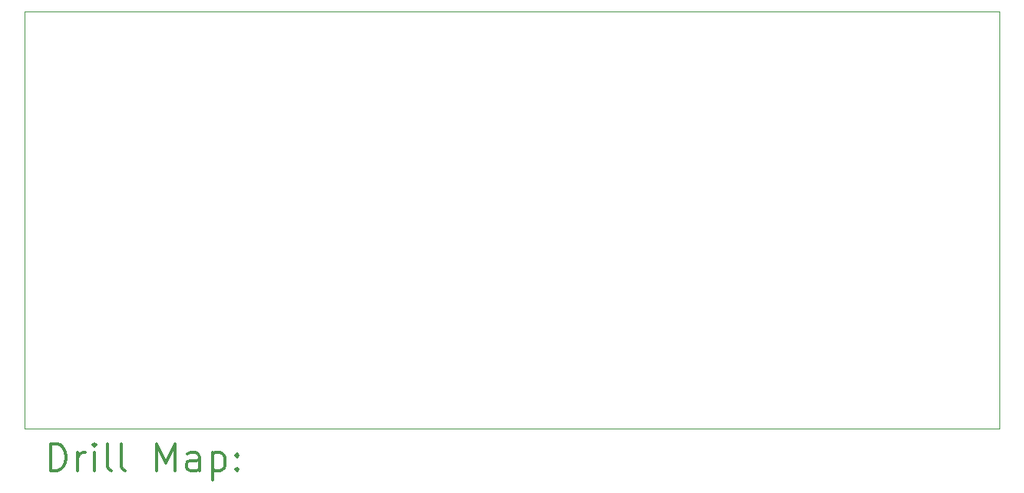
<source format=gbr>
%FSLAX45Y45*%
G04 Gerber Fmt 4.5, Leading zero omitted, Abs format (unit mm)*
G04 Created by KiCad (PCBNEW 5.1.6-c6e7f7d~87~ubuntu20.04.1) date 2020-10-01 18:15:25*
%MOMM*%
%LPD*%
G01*
G04 APERTURE LIST*
%TA.AperFunction,Profile*%
%ADD10C,0.050000*%
%TD*%
%ADD11C,0.200000*%
%ADD12C,0.300000*%
G04 APERTURE END LIST*
D10*
X16000000Y-3500000D02*
X16000000Y-3400000D01*
X16000000Y-3400000D02*
X15750000Y-3400000D01*
X16000000Y-8000000D02*
X16000000Y-3500000D01*
X5250000Y-8000000D02*
X16000000Y-8000000D01*
X5250000Y-7750000D02*
X5250000Y-8000000D01*
X5250000Y-3400000D02*
X5250000Y-7750000D01*
X15750000Y-3400000D02*
X5250000Y-3400000D01*
D11*
D12*
X5533928Y-8468214D02*
X5533928Y-8168214D01*
X5605357Y-8168214D01*
X5648214Y-8182500D01*
X5676786Y-8211071D01*
X5691071Y-8239643D01*
X5705357Y-8296786D01*
X5705357Y-8339643D01*
X5691071Y-8396786D01*
X5676786Y-8425357D01*
X5648214Y-8453929D01*
X5605357Y-8468214D01*
X5533928Y-8468214D01*
X5833928Y-8468214D02*
X5833928Y-8268214D01*
X5833928Y-8325357D02*
X5848214Y-8296786D01*
X5862500Y-8282500D01*
X5891071Y-8268214D01*
X5919643Y-8268214D01*
X6019643Y-8468214D02*
X6019643Y-8268214D01*
X6019643Y-8168214D02*
X6005357Y-8182500D01*
X6019643Y-8196786D01*
X6033928Y-8182500D01*
X6019643Y-8168214D01*
X6019643Y-8196786D01*
X6205357Y-8468214D02*
X6176786Y-8453929D01*
X6162500Y-8425357D01*
X6162500Y-8168214D01*
X6362500Y-8468214D02*
X6333928Y-8453929D01*
X6319643Y-8425357D01*
X6319643Y-8168214D01*
X6705357Y-8468214D02*
X6705357Y-8168214D01*
X6805357Y-8382500D01*
X6905357Y-8168214D01*
X6905357Y-8468214D01*
X7176786Y-8468214D02*
X7176786Y-8311071D01*
X7162500Y-8282500D01*
X7133928Y-8268214D01*
X7076786Y-8268214D01*
X7048214Y-8282500D01*
X7176786Y-8453929D02*
X7148214Y-8468214D01*
X7076786Y-8468214D01*
X7048214Y-8453929D01*
X7033928Y-8425357D01*
X7033928Y-8396786D01*
X7048214Y-8368214D01*
X7076786Y-8353929D01*
X7148214Y-8353929D01*
X7176786Y-8339643D01*
X7319643Y-8268214D02*
X7319643Y-8568214D01*
X7319643Y-8282500D02*
X7348214Y-8268214D01*
X7405357Y-8268214D01*
X7433928Y-8282500D01*
X7448214Y-8296786D01*
X7462500Y-8325357D01*
X7462500Y-8411072D01*
X7448214Y-8439643D01*
X7433928Y-8453929D01*
X7405357Y-8468214D01*
X7348214Y-8468214D01*
X7319643Y-8453929D01*
X7591071Y-8439643D02*
X7605357Y-8453929D01*
X7591071Y-8468214D01*
X7576786Y-8453929D01*
X7591071Y-8439643D01*
X7591071Y-8468214D01*
X7591071Y-8282500D02*
X7605357Y-8296786D01*
X7591071Y-8311071D01*
X7576786Y-8296786D01*
X7591071Y-8282500D01*
X7591071Y-8311071D01*
M02*

</source>
